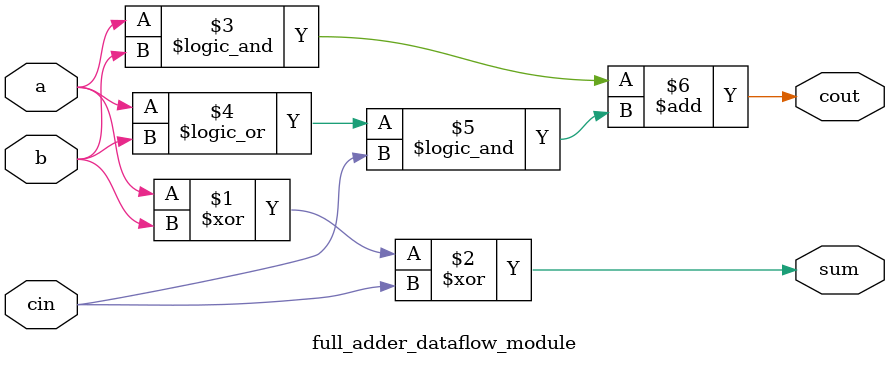
<source format=v>


module full_adder_dataflow_module (a, b, cin, sum, cout);
	input a, b, cin;
	output sum, cout;
	
	//sum
  assign sum = a ^ b ^ cin;

	//cout
	assign cout  = (a && b) + ((a || b) && cin); 
	
endmodule
</source>
